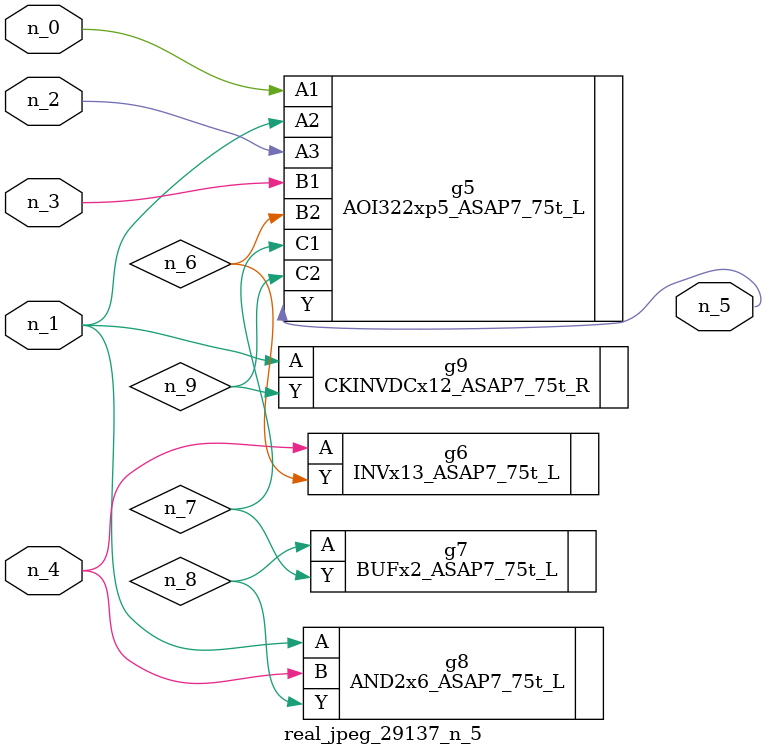
<source format=v>
module real_jpeg_29137_n_5 (n_4, n_0, n_1, n_2, n_3, n_5);

input n_4;
input n_0;
input n_1;
input n_2;
input n_3;

output n_5;

wire n_8;
wire n_6;
wire n_7;
wire n_9;

AOI322xp5_ASAP7_75t_L g5 ( 
.A1(n_0),
.A2(n_1),
.A3(n_2),
.B1(n_3),
.B2(n_6),
.C1(n_7),
.C2(n_9),
.Y(n_5)
);

AND2x6_ASAP7_75t_L g8 ( 
.A(n_1),
.B(n_4),
.Y(n_8)
);

CKINVDCx12_ASAP7_75t_R g9 ( 
.A(n_1),
.Y(n_9)
);

INVx13_ASAP7_75t_L g6 ( 
.A(n_4),
.Y(n_6)
);

BUFx2_ASAP7_75t_L g7 ( 
.A(n_8),
.Y(n_7)
);


endmodule
</source>
